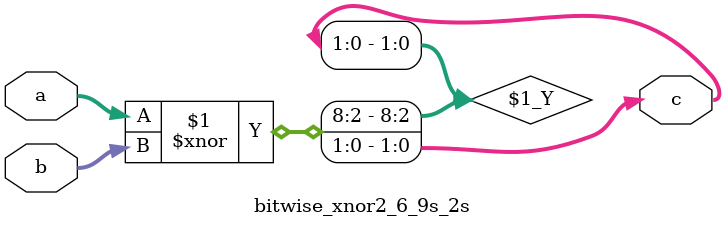
<source format=v>
module bitwise_xnor2_6_9s_2s(a, b, c);
  input [5:0] a;
  input signed [8:0] b;
  output signed [1:0] c;
  assign c = a ^~ b;
endmodule

</source>
